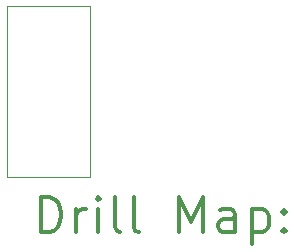
<source format=gbr>
%FSLAX45Y45*%
G04 Gerber Fmt 4.5, Leading zero omitted, Abs format (unit mm)*
G04 Created by KiCad (PCBNEW 5.1.10-88a1d61d58~88~ubuntu20.10.1) date 2021-05-13 11:12:44*
%MOMM*%
%LPD*%
G01*
G04 APERTURE LIST*
%TA.AperFunction,Profile*%
%ADD10C,0.050000*%
%TD*%
%ADD11C,0.200000*%
%ADD12C,0.300000*%
G04 APERTURE END LIST*
D10*
X14650000Y-10600000D02*
X14650000Y-9150000D01*
X15350000Y-10600000D02*
X14650000Y-10600000D01*
X15350000Y-9150000D02*
X15350000Y-10600000D01*
X14650000Y-9150000D02*
X15350000Y-9150000D01*
D11*
D12*
X14933928Y-11068214D02*
X14933928Y-10768214D01*
X15005357Y-10768214D01*
X15048214Y-10782500D01*
X15076786Y-10811072D01*
X15091071Y-10839643D01*
X15105357Y-10896786D01*
X15105357Y-10939643D01*
X15091071Y-10996786D01*
X15076786Y-11025357D01*
X15048214Y-11053929D01*
X15005357Y-11068214D01*
X14933928Y-11068214D01*
X15233928Y-11068214D02*
X15233928Y-10868214D01*
X15233928Y-10925357D02*
X15248214Y-10896786D01*
X15262500Y-10882500D01*
X15291071Y-10868214D01*
X15319643Y-10868214D01*
X15419643Y-11068214D02*
X15419643Y-10868214D01*
X15419643Y-10768214D02*
X15405357Y-10782500D01*
X15419643Y-10796786D01*
X15433928Y-10782500D01*
X15419643Y-10768214D01*
X15419643Y-10796786D01*
X15605357Y-11068214D02*
X15576786Y-11053929D01*
X15562500Y-11025357D01*
X15562500Y-10768214D01*
X15762500Y-11068214D02*
X15733928Y-11053929D01*
X15719643Y-11025357D01*
X15719643Y-10768214D01*
X16105357Y-11068214D02*
X16105357Y-10768214D01*
X16205357Y-10982500D01*
X16305357Y-10768214D01*
X16305357Y-11068214D01*
X16576786Y-11068214D02*
X16576786Y-10911072D01*
X16562500Y-10882500D01*
X16533928Y-10868214D01*
X16476786Y-10868214D01*
X16448214Y-10882500D01*
X16576786Y-11053929D02*
X16548214Y-11068214D01*
X16476786Y-11068214D01*
X16448214Y-11053929D01*
X16433928Y-11025357D01*
X16433928Y-10996786D01*
X16448214Y-10968214D01*
X16476786Y-10953929D01*
X16548214Y-10953929D01*
X16576786Y-10939643D01*
X16719643Y-10868214D02*
X16719643Y-11168214D01*
X16719643Y-10882500D02*
X16748214Y-10868214D01*
X16805357Y-10868214D01*
X16833928Y-10882500D01*
X16848214Y-10896786D01*
X16862500Y-10925357D01*
X16862500Y-11011072D01*
X16848214Y-11039643D01*
X16833928Y-11053929D01*
X16805357Y-11068214D01*
X16748214Y-11068214D01*
X16719643Y-11053929D01*
X16991071Y-11039643D02*
X17005357Y-11053929D01*
X16991071Y-11068214D01*
X16976786Y-11053929D01*
X16991071Y-11039643D01*
X16991071Y-11068214D01*
X16991071Y-10882500D02*
X17005357Y-10896786D01*
X16991071Y-10911072D01*
X16976786Y-10896786D01*
X16991071Y-10882500D01*
X16991071Y-10911072D01*
M02*

</source>
